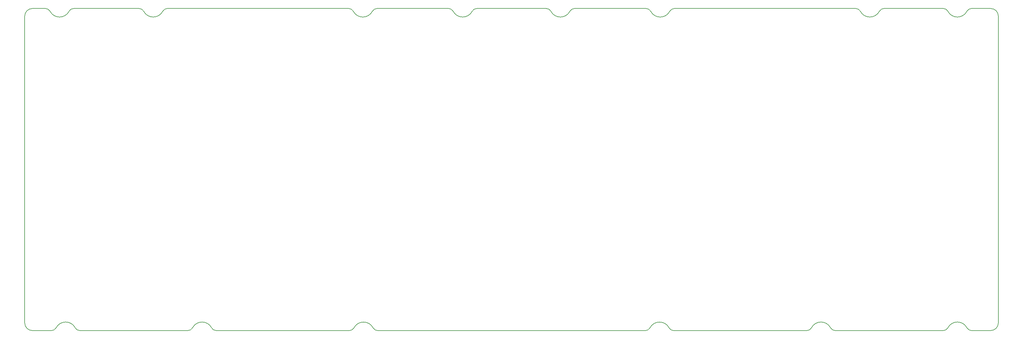
<source format=gbr>
G04 #@! TF.GenerationSoftware,KiCad,Pcbnew,7.0.5-0*
G04 #@! TF.CreationDate,2024-04-16T21:05:00+02:00*
G04 #@! TF.ProjectId,lumberjack,6c756d62-6572-46a6-9163-6b2e6b696361,1.8*
G04 #@! TF.SameCoordinates,Original*
G04 #@! TF.FileFunction,Profile,NP*
%FSLAX46Y46*%
G04 Gerber Fmt 4.6, Leading zero omitted, Abs format (unit mm)*
G04 Created by KiCad (PCBNEW 7.0.5-0) date 2024-04-16 21:05:00*
%MOMM*%
%LPD*%
G01*
G04 APERTURE LIST*
G04 #@! TA.AperFunction,Profile*
%ADD10C,0.200000*%
G04 #@! TD*
G04 APERTURE END LIST*
D10*
X191553790Y-149500000D02*
X113246211Y-149500000D01*
X294750000Y-147243750D02*
X294750000Y-57543750D01*
X278650337Y-55293750D02*
X261298106Y-55293750D01*
X278650337Y-149493750D02*
X247010606Y-149493750D01*
X163894457Y-56100187D02*
G75*
G03*
X162564394Y-55293750I-1330057J-693613D01*
G01*
X162564394Y-55293750D02*
X142235606Y-55293750D01*
X135319457Y-56100187D02*
G75*
G03*
X133989394Y-55293750I-1330057J-693613D01*
G01*
X57789395Y-149493750D02*
X26149663Y-149493750D01*
X135319429Y-56100201D02*
G75*
G03*
X140905570Y-56100202I2793071J1456401D01*
G01*
X12300000Y-55293750D02*
G75*
G03*
X10050000Y-57543750I0J-2250000D01*
G01*
X104800000Y-55300000D02*
X51748105Y-55293750D01*
X142235606Y-55293783D02*
G75*
G03*
X140905572Y-56100202I-6J-1500017D01*
G01*
X253051895Y-55293750D02*
X200000000Y-55300000D01*
X163894429Y-56100201D02*
G75*
G03*
X169480570Y-56100202I2793071J1456401D01*
G01*
X254381929Y-56100201D02*
G75*
G03*
X259968070Y-56100202I2793071J1456401D01*
G01*
X254381957Y-56100187D02*
G75*
G03*
X253051894Y-55293750I-1330057J-693613D01*
G01*
X170810606Y-55293783D02*
G75*
G03*
X169480572Y-56100202I-6J-1500017D01*
G01*
X10050000Y-147243750D02*
X10050000Y-57543750D01*
X294750050Y-57543750D02*
G75*
G03*
X292500000Y-55293750I-2250050J-50D01*
G01*
X64705543Y-148687313D02*
G75*
G03*
X66035606Y-149493750I1330057J693613D01*
G01*
X238764395Y-149493718D02*
G75*
G03*
X240094429Y-148687298I5J1500018D01*
G01*
X245680543Y-148687313D02*
G75*
G03*
X247010606Y-149493750I1330057J693613D01*
G01*
X245680572Y-148687298D02*
G75*
G03*
X240094428Y-148687298I-2793072J-1456451D01*
G01*
X292500000Y-149493700D02*
G75*
G03*
X294750000Y-147243750I0J2250000D01*
G01*
X261298106Y-55293783D02*
G75*
G03*
X259968072Y-56100202I-6J-1500017D01*
G01*
X57789395Y-149493718D02*
G75*
G03*
X59119429Y-148687298I5J1500018D01*
G01*
X64705572Y-148687298D02*
G75*
G03*
X59119428Y-148687298I-2793072J-1456451D01*
G01*
X10050000Y-147243750D02*
G75*
G03*
X12300000Y-149493750I2250000J0D01*
G01*
X43501894Y-55293750D02*
X24363724Y-55293750D01*
X51748105Y-55293782D02*
G75*
G03*
X50418071Y-56100202I-5J-1500018D01*
G01*
X44831930Y-56100200D02*
G75*
G03*
X50418069Y-56100202I2793070J1456450D01*
G01*
X44831956Y-56100186D02*
G75*
G03*
X43501893Y-55293750I-1330056J-693614D01*
G01*
X24819634Y-148687295D02*
G75*
G03*
X26149663Y-149493750I1330066J693595D01*
G01*
X17903451Y-149493750D02*
X12300000Y-149493750D01*
X24819632Y-148687296D02*
G75*
G03*
X19233487Y-148687299I-2793072J-1456454D01*
G01*
X17903451Y-149493751D02*
G75*
G03*
X19233485Y-148687299I-1J1500001D01*
G01*
X106130034Y-56106452D02*
G75*
G03*
X104800000Y-55300000I-1330034J-693548D01*
G01*
X106130025Y-56106456D02*
G75*
G03*
X111716177Y-56106452I2793075J1456456D01*
G01*
X113046212Y-55300011D02*
G75*
G03*
X111716178Y-56106452I-12J-1499989D01*
G01*
X133989394Y-55293750D02*
X113046212Y-55300000D01*
X200000000Y-55299999D02*
G75*
G03*
X198669965Y-56106451I0J-1500001D01*
G01*
X193083834Y-56106446D02*
G75*
G03*
X198669964Y-56106451I2793066J1456446D01*
G01*
X193083832Y-56106447D02*
G75*
G03*
X191753788Y-55300000I-1330032J-693553D01*
G01*
X170810606Y-55293750D02*
X191753788Y-55300000D01*
X105000000Y-149499999D02*
G75*
G03*
X106330033Y-148693548I0J1499999D01*
G01*
X111916168Y-148693553D02*
G75*
G03*
X113246211Y-149500000I1330032J693553D01*
G01*
X111916177Y-148693548D02*
G75*
G03*
X106330033Y-148693548I-2793072J-1456451D01*
G01*
X105000000Y-149500000D02*
X66035606Y-149493750D01*
X199800001Y-149500000D02*
X238764395Y-149493750D01*
X198469966Y-148693549D02*
G75*
G03*
X199800001Y-149500000I1330034J693549D01*
G01*
X191553790Y-149499990D02*
G75*
G03*
X192883823Y-148693548I10J1499990D01*
G01*
X198469968Y-148693548D02*
G75*
G03*
X192883824Y-148693548I-2793072J-1456451D01*
G01*
X17447560Y-56100194D02*
G75*
G03*
X16117512Y-55293750I-1330060J-693606D01*
G01*
X24363724Y-55293799D02*
G75*
G03*
X23033691Y-56100202I-24J-1500001D01*
G01*
X17447551Y-56100199D02*
G75*
G03*
X23033688Y-56100202I2793069J1456449D01*
G01*
X279980305Y-56100237D02*
G75*
G03*
X285566514Y-56100201I2793095J1456537D01*
G01*
X279980366Y-56100205D02*
G75*
G03*
X278650337Y-55293750I-1330066J-693595D01*
G01*
X286896549Y-55293750D02*
X292500000Y-55293750D01*
X286896549Y-55293820D02*
G75*
G03*
X285566515Y-56100201I-49J-1499980D01*
G01*
X285566453Y-148687331D02*
G75*
G03*
X286896549Y-149493750I1330047J693631D01*
G01*
X286896549Y-149493750D02*
X292500000Y-149493750D01*
X278650337Y-149493755D02*
G75*
G03*
X279980370Y-148687298I-37J1500055D01*
G01*
X285566446Y-148687334D02*
G75*
G03*
X279980372Y-148687298I-2793046J-1456366D01*
G01*
X16117512Y-55293750D02*
X12300000Y-55293750D01*
M02*

</source>
